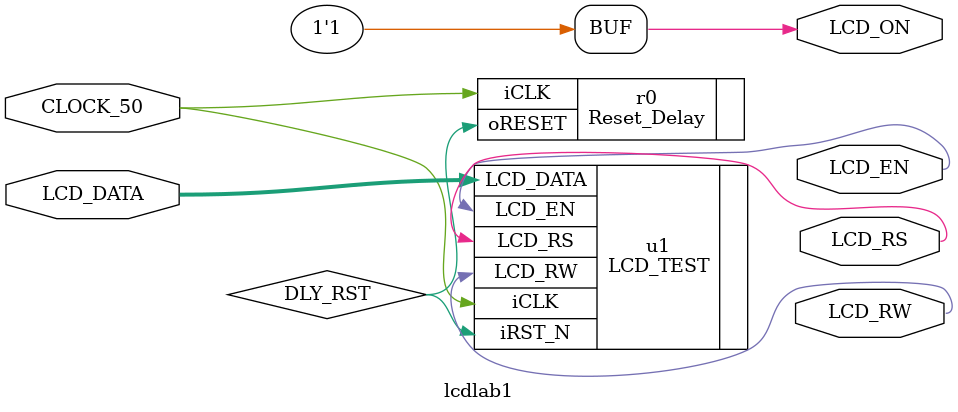
<source format=v>
module lcdlab1(
  input CLOCK_50,	//	50 MHz clock
//	LCD Module 16X2
  output LCD_ON,	// LCD Power ON/OFF
  output LCD_RW,	// LCD Read/Write Select, 0 = Write, 1 = Read
  output LCD_EN,	// LCD Enable
  output LCD_RS,	// LCD Command/Data Select, 0 = Command, 1 = Data
  inout [7:0] LCD_DATA	// LCD Data bus 8 bits
);


// reset delay gives some time for peripherals to initialize
wire DLY_RST;
Reset_Delay r0(	.iCLK(CLOCK_50),.oRESET(DLY_RST) );


// turn LCD ON
assign	LCD_ON		=	1'b1;


LCD_TEST u1(
// Host Side
   .iCLK(CLOCK_50),
   .iRST_N(DLY_RST),
// LCD Side
   .LCD_DATA(LCD_DATA),
   .LCD_RW(LCD_RW),
   .LCD_EN(LCD_EN),
   .LCD_RS(LCD_RS)
);

endmodule 
</source>
